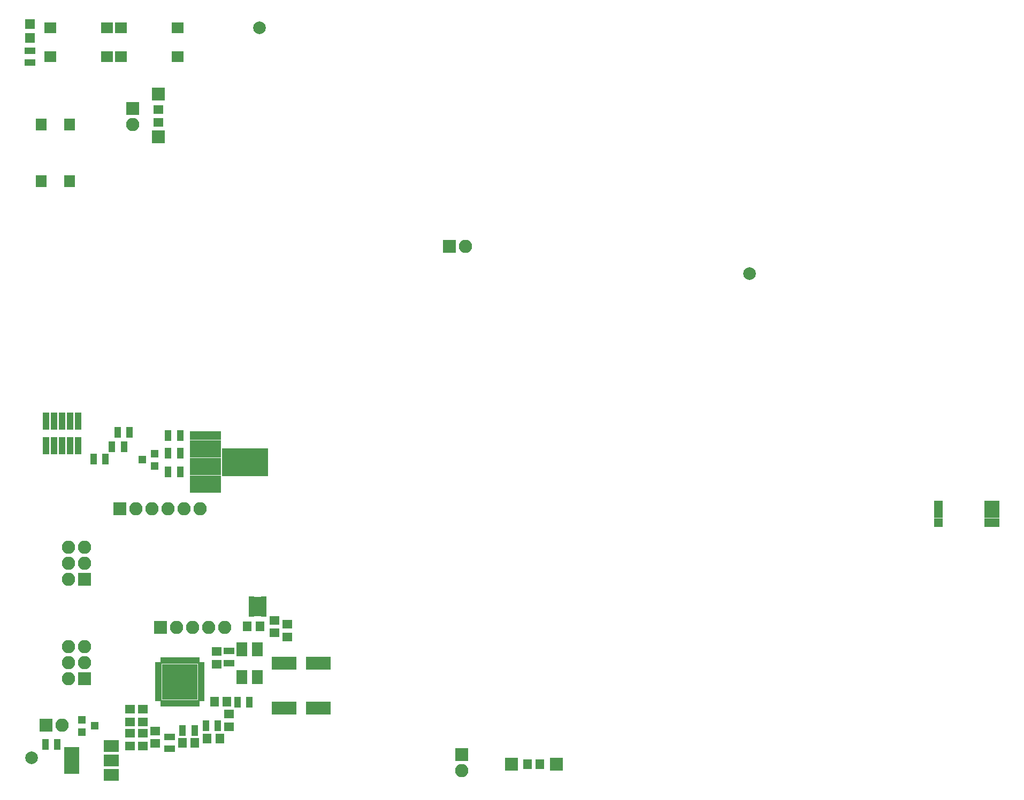
<source format=gts>
G04 #@! TF.FileFunction,Soldermask,Top*
%FSLAX46Y46*%
G04 Gerber Fmt 4.6, Leading zero omitted, Abs format (unit mm)*
G04 Created by KiCad (PCBNEW 4.0.7) date 05/01/18 21:21:02*
%MOMM*%
%LPD*%
G01*
G04 APERTURE LIST*
%ADD10C,0.020000*%
%ADD11R,3.900000X2.000000*%
%ADD12R,1.600000X1.600000*%
%ADD13R,1.300000X1.200000*%
%ADD14R,2.100000X2.100000*%
%ADD15O,2.100000X2.100000*%
%ADD16R,0.900000X0.650000*%
%ADD17R,1.400000X3.050000*%
%ADD18R,2.400000X4.200000*%
%ADD19R,2.400000X1.900000*%
%ADD20R,1.800000X2.200000*%
%ADD21R,1.650000X1.400000*%
%ADD22R,1.400000X1.650000*%
%ADD23R,1.700000X1.100000*%
%ADD24R,1.100000X1.700000*%
%ADD25R,1.140000X2.800000*%
%ADD26R,0.650000X1.100000*%
%ADD27R,1.100000X0.650000*%
%ADD28R,1.687500X1.687500*%
%ADD29R,5.000000X1.400000*%
%ADD30R,7.400000X4.400000*%
%ADD31R,1.400000X1.400000*%
%ADD32R,2.400000X1.400000*%
%ADD33R,1.950000X1.700000*%
%ADD34R,1.700000X1.950000*%
%ADD35C,2.000000*%
G04 APERTURE END LIST*
D10*
D11*
X128684000Y-143383000D03*
X123284000Y-143383000D03*
X128684000Y-150495000D03*
X123284000Y-150495000D03*
D12*
X83058000Y-44280000D03*
X83058000Y-42080000D03*
D13*
X91329000Y-152339000D03*
X91329000Y-154239000D03*
X93329000Y-153289000D03*
D14*
X103759000Y-137668000D03*
D15*
X106299000Y-137668000D03*
X108839000Y-137668000D03*
X111379000Y-137668000D03*
X113919000Y-137668000D03*
D13*
X102854000Y-112075000D03*
X102854000Y-110175000D03*
X100854000Y-111125000D03*
D14*
X149479000Y-77343000D03*
D15*
X152019000Y-77343000D03*
D16*
X120076000Y-135616000D03*
X120076000Y-135116000D03*
X120076000Y-134616000D03*
X120076000Y-134116000D03*
X120076000Y-133616000D03*
X120076000Y-133116000D03*
X118176000Y-133116000D03*
X118176000Y-133616000D03*
X118176000Y-134116000D03*
X118176000Y-134616000D03*
X118176000Y-135116000D03*
X118176000Y-135616000D03*
D17*
X119126000Y-134366000D03*
D18*
X89687000Y-158750000D03*
D19*
X95987000Y-158750000D03*
X95987000Y-156450000D03*
X95987000Y-161050000D03*
D20*
X119056000Y-145583000D03*
X119056000Y-141183000D03*
X116656000Y-141183000D03*
X116656000Y-145583000D03*
D21*
X103378000Y-57642000D03*
X103378000Y-55642000D03*
X121793000Y-136541000D03*
X121793000Y-138541000D03*
D22*
X163814000Y-159385000D03*
X161814000Y-159385000D03*
D21*
X123825000Y-137176000D03*
X123825000Y-139176000D03*
D22*
X119491000Y-137541000D03*
X117491000Y-137541000D03*
X111141000Y-155321000D03*
X113141000Y-155321000D03*
D21*
X114554000Y-153400000D03*
X114554000Y-151400000D03*
X102870000Y-154067000D03*
X102870000Y-156067000D03*
X100965000Y-150638000D03*
X100965000Y-152638000D03*
D22*
X109204000Y-155956000D03*
X107204000Y-155956000D03*
X112284000Y-149479000D03*
X114284000Y-149479000D03*
D21*
X100965000Y-156448000D03*
X100965000Y-154448000D03*
X98933000Y-156448000D03*
X98933000Y-154448000D03*
X98933000Y-150638000D03*
X98933000Y-152638000D03*
X112649000Y-141494000D03*
X112649000Y-143494000D03*
D23*
X105156000Y-156906000D03*
X105156000Y-155006000D03*
D24*
X106868000Y-107315000D03*
X104968000Y-107315000D03*
X104968000Y-113030000D03*
X106868000Y-113030000D03*
X112837000Y-153289000D03*
X110937000Y-153289000D03*
X97978000Y-109093000D03*
X96078000Y-109093000D03*
X93157000Y-110998000D03*
X95057000Y-110998000D03*
X98867000Y-106807000D03*
X96967000Y-106807000D03*
D23*
X83058000Y-48194000D03*
X83058000Y-46294000D03*
D24*
X109154000Y-154051000D03*
X107254000Y-154051000D03*
D23*
X114554000Y-143317000D03*
X114554000Y-141417000D03*
D25*
X90678000Y-104984000D03*
X90678000Y-108884000D03*
X89408000Y-104984000D03*
X89408000Y-108884000D03*
X88138000Y-104984000D03*
X88138000Y-108884000D03*
X86868000Y-104984000D03*
X86868000Y-108884000D03*
X85598000Y-104984000D03*
X85598000Y-108884000D03*
D24*
X104968000Y-110109000D03*
X106868000Y-110109000D03*
X87437000Y-156210000D03*
X85537000Y-156210000D03*
D14*
X97282000Y-118872000D03*
D15*
X99822000Y-118872000D03*
X102362000Y-118872000D03*
X104902000Y-118872000D03*
X107442000Y-118872000D03*
X109982000Y-118872000D03*
D14*
X85598000Y-153162000D03*
D15*
X88138000Y-153162000D03*
D14*
X151384000Y-157861000D03*
D15*
X151384000Y-160401000D03*
D14*
X99314000Y-55499000D03*
D15*
X99314000Y-58039000D03*
D14*
X91694000Y-130048000D03*
D15*
X89154000Y-130048000D03*
X91694000Y-127508000D03*
X89154000Y-127508000D03*
X91694000Y-124968000D03*
X89154000Y-124968000D03*
D14*
X91694000Y-145796000D03*
D15*
X89154000Y-145796000D03*
X91694000Y-143256000D03*
X89154000Y-143256000D03*
X91694000Y-140716000D03*
X89154000Y-140716000D03*
D26*
X104057000Y-149704000D03*
X104557000Y-149704000D03*
X105057000Y-149704000D03*
X105557000Y-149704000D03*
X106057000Y-149704000D03*
X106557000Y-149704000D03*
X107057000Y-149704000D03*
X107557000Y-149704000D03*
X108057000Y-149704000D03*
X108557000Y-149704000D03*
X109057000Y-149704000D03*
X109557000Y-149704000D03*
D27*
X110207000Y-149054000D03*
X110207000Y-148554000D03*
X110207000Y-148054000D03*
X110207000Y-147554000D03*
X110207000Y-147054000D03*
X110207000Y-146554000D03*
X110207000Y-146054000D03*
X110207000Y-145554000D03*
X110207000Y-145054000D03*
X110207000Y-144554000D03*
X110207000Y-144054000D03*
X110207000Y-143554000D03*
D26*
X109557000Y-142904000D03*
X109057000Y-142904000D03*
X108557000Y-142904000D03*
X108057000Y-142904000D03*
X107557000Y-142904000D03*
X107057000Y-142904000D03*
X106557000Y-142904000D03*
X106057000Y-142904000D03*
X105557000Y-142904000D03*
X105057000Y-142904000D03*
X104557000Y-142904000D03*
X104057000Y-142904000D03*
D27*
X103407000Y-143554000D03*
X103407000Y-144054000D03*
X103407000Y-144554000D03*
X103407000Y-145054000D03*
X103407000Y-145554000D03*
X103407000Y-146054000D03*
X103407000Y-146554000D03*
X103407000Y-147054000D03*
X103407000Y-147554000D03*
X103407000Y-148054000D03*
X103407000Y-148554000D03*
X103407000Y-149054000D03*
D28*
X108738250Y-144372750D03*
X107450750Y-144372750D03*
X106163250Y-144372750D03*
X104875750Y-144372750D03*
X108738250Y-145660250D03*
X107450750Y-145660250D03*
X106163250Y-145660250D03*
X104875750Y-145660250D03*
X108738250Y-146947750D03*
X107450750Y-146947750D03*
X106163250Y-146947750D03*
X104875750Y-146947750D03*
X108738250Y-148235250D03*
X107450750Y-148235250D03*
X106163250Y-148235250D03*
X104875750Y-148235250D03*
D14*
X166370000Y-159385000D03*
X159258000Y-159385000D03*
X103378000Y-59944000D03*
X103378000Y-53213000D03*
D24*
X117840000Y-149509000D03*
X115940000Y-149509000D03*
D29*
X110852000Y-107276000D03*
X110852000Y-115676000D03*
X110852000Y-114276000D03*
X110852000Y-108676000D03*
X110852000Y-110076000D03*
X110852000Y-111476000D03*
D30*
X117152000Y-111476000D03*
D29*
X110852000Y-112876000D03*
D31*
X226818300Y-118243700D03*
X226818300Y-119643700D03*
X226818300Y-121043700D03*
D32*
X235318300Y-118243700D03*
X235318300Y-119643700D03*
X235318300Y-121043700D03*
D33*
X106456000Y-47208000D03*
X97506000Y-47208000D03*
X106456000Y-42708000D03*
X97506000Y-42708000D03*
X95280000Y-47208000D03*
X86330000Y-47208000D03*
X95280000Y-42708000D03*
X86330000Y-42708000D03*
D34*
X89372000Y-58009000D03*
X89372000Y-66959000D03*
X84872000Y-58009000D03*
X84872000Y-66959000D03*
D35*
X83337400Y-158343600D03*
X119405400Y-42672000D03*
X196977000Y-81584800D03*
M02*

</source>
